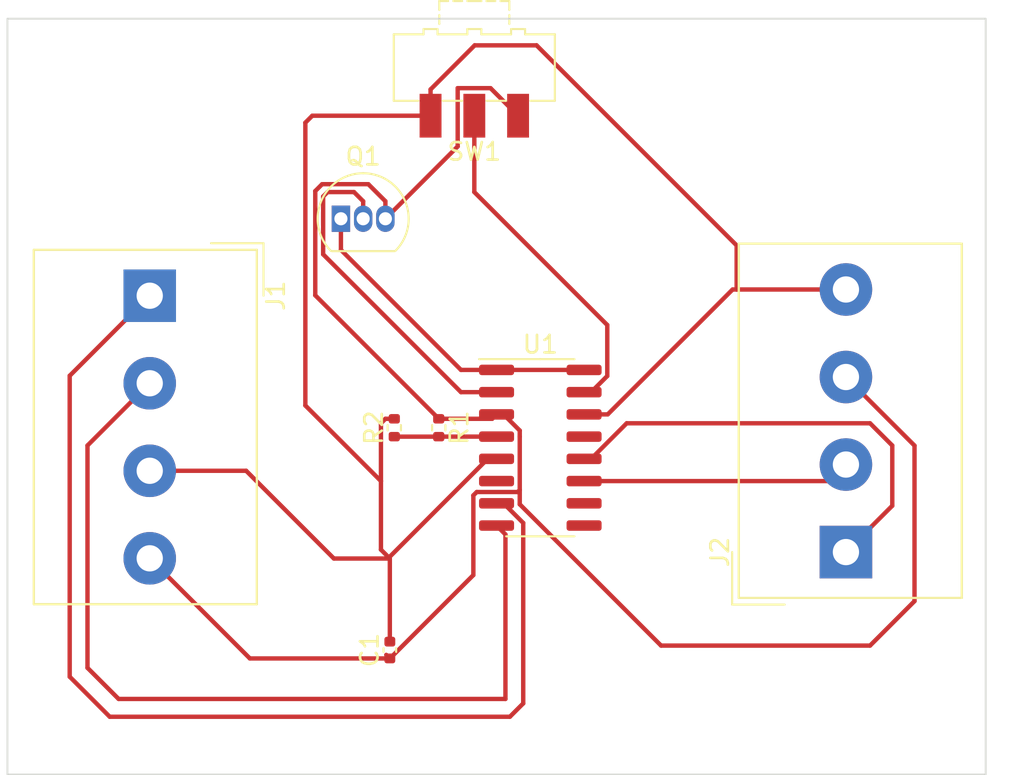
<source format=kicad_pcb>
(kicad_pcb (version 20221018) (generator pcbnew)
  (layers (0 "F.Cu" signal) (31 "B.Cu" signal) (34 "B.Paste" user) (35 "F.Paste" user) (36 "B.SilkS" user "B.Silkscreen") (37 "F.SilkS" user "F.Silkscreen") (38 "B.Mask" user) (39 "F.Mask" user) (44 "Edge.Cuts" user))
  (net 0 "")
  (net 1 "+3.3V")
  (net 2 "GND")
  (net 3 "Net-(J1-Pin_1)")
  (net 4 "Net-(J1-Pin_2)")
  (net 5 "Net-(J2-Pin_1)")
  (net 6 "Net-(J2-Pin_2)")
  (net 7 "VCC")
  (net 8 "Net-(Q1-B)")
  (net 9 "VFB")
  (net 10 "Net-(SW1A-B)")
  (footprint "Button_Switch_SMD:SW_SPDT_CK-JS102011SAQN" (layer "F.Cu") (at 141.224 74.93 180)
    (fp_text reference "SW1" (at 0 -4.8) (layer "F.SilkS"))
    (fp_text value "Rate Selector")
    (fp_line (start -4.6 -1.9) (end -3.2 -1.9) (stroke (width 0.12)) (layer "F.SilkS"))
    (fp_line (start -4.6 1.9) (end -4.6 -1.9) (stroke (width 0.12)) (layer "F.SilkS"))
    (fp_line (start -4.6 1.9) (end -4.6 1.9) (stroke (width 0.12)) (layer "F.SilkS"))
    (fp_line (start -2.9 1.9) (end -4.6 1.9) (stroke (width 0.12)) (layer "F.SilkS"))
    (fp_line (start -2.9 2.2) (end -2.9 1.9) (stroke (width 0.12)) (layer "F.SilkS"))
    (fp_line (start -2.1 1.9) (end -2.1 2.2) (stroke (width 0.12)) (layer "F.SilkS"))
    (fp_line (start -2.1 2.2) (end -2.9 2.2) (stroke (width 0.12)) (layer "F.SilkS"))
    (fp_line (start -2 2.5) (end -2 2.5) (stroke (width 0.12)) (layer "F.SilkS"))
    (fp_line (start -2 3) (end -2 2.5) (stroke (width 0.12)) (layer "F.SilkS"))
    (fp_line (start -2 3.3) (end -2 3.3) (stroke (width 0.12)) (layer "F.SilkS"))
    (fp_line (start -2 3.8) (end -2 3.3) (stroke (width 0.12)) (layer "F.SilkS"))
    (fp_line (start -2 3.8) (end -1.5 3.8) (stroke (width 0.12)) (layer "F.SilkS"))
    (fp_line (start -1.8 -1.9) (end -1.8 -1.9) (stroke (width 0.12)) (layer "F.SilkS"))
    (fp_line (start -1.5 3.8) (end -1.5 3.8) (stroke (width 0.12)) (layer "F.SilkS"))
    (fp_line (start -1.2 3.8) (end -0.7 3.8) (stroke (width 0.12)) (layer "F.SilkS"))
    (fp_line (start -0.7 -1.9) (end -1.8 -1.9) (stroke (width 0.12)) (layer "F.SilkS"))
    (fp_line (start -0.7 3.8) (end -0.7 3.8) (stroke (width 0.12)) (layer "F.SilkS"))
    (fp_line (start -0.4 1.9) (end -2.1 1.9) (stroke (width 0.12)) (layer "F.SilkS"))
    (fp_line (start -0.4 2.2) (end -0.4 1.9) (stroke (width 0.12)) (layer "F.SilkS"))
    (fp_line (start -0.4 3.8) (end -0.4 3.8) (stroke (width 0.12)) (layer "F.SilkS"))
    (fp_line (start 0.4 1.9) (end 0.4 2.2) (stroke (width 0.12)) (layer "F.SilkS"))
    (fp_line (start 0.4 2.2) (end -0.4 2.2) (stroke (width 0.12)) (layer "F.SilkS"))
    (fp_line (start 0.4 3.8) (end -0.4 3.8) (stroke (width 0.12)) (layer "F.SilkS"))
    (fp_line (start 0.7 -1.9) (end 0.7 -1.9) (stroke (width 0.12)) (layer "F.SilkS"))
    (fp_line (start 0.7 3.8) (end 0.7 3.8) (stroke (width 0.12)) (layer "F.SilkS"))
    (fp_line (start 1.2 3.8) (end 0.7 3.8) (stroke (width 0.12)) (layer "F.SilkS"))
    (fp_line (start 1.5 3.8) (end 1.5 3.8) (stroke (width 0.12)) (layer "F.SilkS"))
    (fp_line (start 1.8 -1.9) (end 0.7 -1.9) (stroke (width 0.12)) (layer "F.SilkS"))
    (fp_line (start 2 2.5) (end 2 2.5) (stroke (width 0.12)) (layer "F.SilkS"))
    (fp_line (start 2 3) (end 2 2.5) (stroke (width 0.12)) (layer "F.SilkS"))
    (fp_line (start 2 3.3) (end 2 3.3) (stroke (width 0.12)) (layer "F.SilkS"))
    (fp_line (start 2 3.8) (end 1.5 3.8) (stroke (width 0.12)) (layer "F.SilkS"))
    (fp_line (start 2 3.8) (end 2 3.3) (stroke (width 0.12)) (layer "F.SilkS"))
    (fp_line (start 2.1 1.9) (end 0.4 1.9) (stroke (width 0.12)) (layer "F.SilkS"))
    (fp_line (start 2.1 2.2) (end 2.1 1.9) (stroke (width 0.12)) (layer "F.SilkS"))
    (fp_line (start 2.9 1.9) (end 2.9 2.2) (stroke (width 0.12)) (layer "F.SilkS"))
    (fp_line (start 2.9 2.2) (end 2.1 2.2) (stroke (width 0.12)) (layer "F.SilkS"))
    (fp_line (start 3.2 -1.9) (end 4.6 -1.9) (stroke (width 0.12)) (layer "F.SilkS"))
    (fp_line (start 4.6 -1.9) (end 4.6 1.9) (stroke (width 0.12)) (layer "F.SilkS"))
    (fp_line (start 4.6 1.9) (end 2.9 1.9) (stroke (width 0.12)) (layer "F.SilkS"))
    (pad "" np_thru_hole circle (at -3.4 0 180) (size 0.9 0.9) (drill 0.9) (layers "*.Cu" "*.Mask"))
    (pad "" np_thru_hole circle (at 3.4 0 180) (size 0.9 0.9) (drill 0.9) (layers "*.Cu" "*.Mask"))
    (pad "1" smd rect (at -2.5 -2.75 180) (size 1.25 2.5) (layers "F.Cu" "F.Paste" "F.Mask") (net 1 "+3.3V"))
    (pad "2" smd rect (at 0 -2.75 180) (size 1.25 2.5) (layers "F.Cu" "F.Paste" "F.Mask") (net 10 "Net-(SW1A-B)"))
    (pad "3" smd rect (at 2.5 -2.75 180) (size 1.25 2.5) (layers "F.Cu" "F.Paste" "F.Mask") (net 2 "GND"))
  )
  (footprint "Resistor_SMD:R_0402_1005Metric" (layer "F.Cu") (at 136.652 95.504 90)
    (fp_text reference "R2" (at 0 -1.17 90) (layer "F.SilkS"))
    (fp_text value "R")
    (fp_line (start -0.153641 -0.38) (end 0.153641 -0.38) (stroke (width 0.12)) (layer "F.SilkS"))
    (fp_line (start -0.153641 0.38) (end 0.153641 0.38) (stroke (width 0.12)) (layer "F.SilkS"))
    (pad "1" smd roundrect (at -0.51 0 90) (size 0.54 0.64) (layers "F.Cu" "F.Paste" "F.Mask") (net 9 "VFB"))
    (pad "2" smd roundrect (at 0.51 0 90) (size 0.54 0.64) (layers "F.Cu" "F.Paste" "F.Mask") (net 2 "GND"))
  )
  (footprint "TerminalBlock_Altech:Altech_AK300_1x04_P5.00mm_45-Degree" (layer "F.Cu") (at 122.682 87.964 -90)
    (fp_text reference "J1" (at 0 -7.2 90) (layer "F.SilkS"))
    (fp_text value "Screw_Terminal_01x04")
    (fp_line (start -3 -6.5) (end 0 -6.5) (stroke (width 0.12)) (layer "F.SilkS"))
    (fp_line (start -3 -3.5) (end -3 -6.5) (stroke (width 0.12)) (layer "F.SilkS"))
    (fp_line (start -2.62 -6.12) (end -2.62 6.62) (stroke (width 0.12)) (layer "F.SilkS"))
    (fp_line (start -2.62 -6.12) (end -2.62 6.62) (stroke (width 0.12)) (layer "F.SilkS"))
    (fp_line (start -2.62 -6.12) (end 17.62 -6.12) (stroke (width 0.12)) (layer "F.SilkS"))
    (fp_line (start -2.62 -6.12) (end 17.62 -6.12) (stroke (width 0.12)) (layer "F.SilkS"))
    (fp_line (start -2.62 6.62) (end 17.62 6.62) (stroke (width 0.12)) (layer "F.SilkS"))
    (fp_line (start -2.62 6.62) (end 17.62 6.62) (stroke (width 0.12)) (layer "F.SilkS"))
    (fp_line (start 17.62 -6.12) (end 17.62 6.62) (stroke (width 0.12)) (layer "F.SilkS"))
    (fp_line (start 17.62 -6.12) (end 17.62 6.62) (stroke (width 0.12)) (layer "F.SilkS"))
    (pad "1" thru_hole rect (at 0 0 270) (size 3 3) (drill 1.5) (layers "*.Cu" "*.Mask") (net 3 "Net-(J1-Pin_1)"))
    (pad "2" thru_hole circle (at 5 0 270) (size 3 3) (drill 1.5) (layers "*.Cu" "*.Mask") (net 4 "Net-(J1-Pin_2)"))
    (pad "3" thru_hole circle (at 10 0 270) (size 3 3) (drill 1.5) (layers "*.Cu" "*.Mask") (net 2 "GND"))
    (pad "4" thru_hole circle (at 15 0 270) (size 3 3) (drill 1.5) (layers "*.Cu" "*.Mask") (net 1 "+3.3V"))
  )
  (footprint "Resistor_SMD:R_0402_1005Metric" (layer "F.Cu") (at 139.192 95.504 -90)
    (fp_text reference "R1" (at 0 -1.17 90) (layer "F.SilkS"))
    (fp_text value "R")
    (fp_line (start -0.153641 -0.38) (end 0.153641 -0.38) (stroke (width 0.12)) (layer "F.SilkS"))
    (fp_line (start -0.153641 0.38) (end 0.153641 0.38) (stroke (width 0.12)) (layer "F.SilkS"))
    (pad "1" smd roundrect (at -0.51 0 270) (size 0.54 0.64) (layers "F.Cu" "F.Paste" "F.Mask") (net 1 "+3.3V"))
    (pad "2" smd roundrect (at 0.51 0 270) (size 0.54 0.64) (layers "F.Cu" "F.Paste" "F.Mask") (net 9 "VFB"))
  )
  (footprint "Package_TO_SOT_THT:TO-92_Inline" (layer "F.Cu") (at 133.604 83.566)
    (fp_text reference "Q1" (at 1.27 -3.56) (layer "F.SilkS"))
    (fp_text value "S8550")
    (fp_line (start -0.53 1.85) (end 3.07 1.85) (stroke (width 0.12)) (layer "F.SilkS"))
    (fp_arc (start -0.568478 1.838478) (mid -1.132087 -0.994977) (end 1.27 -2.6) (stroke (width 0.12)) (layer "F.SilkS"))
    (fp_arc (start 1.27 -2.6) (mid 3.672087 -0.994977) (end 3.108478 1.838478) (stroke (width 0.12)) (layer "F.SilkS"))
    (pad "1" thru_hole rect (at 0 0) (size 1.05 1.5) (drill 0.75) (layers "*.Cu" "*.Mask") (net 7 "VCC"))
    (pad "2" thru_hole oval (at 1.27 0) (size 1.05 1.5) (drill 0.75) (layers "*.Cu" "*.Mask") (net 8 "Net-(Q1-B)"))
    (pad "3" thru_hole oval (at 2.54 0) (size 1.05 1.5) (drill 0.75) (layers "*.Cu" "*.Mask") (net 1 "+3.3V"))
  )
  (footprint "TerminalBlock_Altech:Altech_AK300_1x04_P5.00mm_45-Degree" (layer "F.Cu") (at 162.4525 102.6075 90)
    (fp_text reference "J2" (at 0 -7.2 90) (layer "F.SilkS"))
    (fp_text value "Screw_Terminal_01x04")
    (fp_line (start -3 -6.5) (end 0 -6.5) (stroke (width 0.12)) (layer "F.SilkS"))
    (fp_line (start -3 -3.5) (end -3 -6.5) (stroke (width 0.12)) (layer "F.SilkS"))
    (fp_line (start -2.62 -6.12) (end -2.62 6.62) (stroke (width 0.12)) (layer "F.SilkS"))
    (fp_line (start -2.62 -6.12) (end -2.62 6.62) (stroke (width 0.12)) (layer "F.SilkS"))
    (fp_line (start -2.62 -6.12) (end 17.62 -6.12) (stroke (width 0.12)) (layer "F.SilkS"))
    (fp_line (start -2.62 -6.12) (end 17.62 -6.12) (stroke (width 0.12)) (layer "F.SilkS"))
    (fp_line (start -2.62 6.62) (end 17.62 6.62) (stroke (width 0.12)) (layer "F.SilkS"))
    (fp_line (start -2.62 6.62) (end 17.62 6.62) (stroke (width 0.12)) (layer "F.SilkS"))
    (fp_line (start 17.62 -6.12) (end 17.62 6.62) (stroke (width 0.12)) (layer "F.SilkS"))
    (fp_line (start 17.62 -6.12) (end 17.62 6.62) (stroke (width 0.12)) (layer "F.SilkS"))
    (pad "1" thru_hole rect (at 0 0 90) (size 3 3) (drill 1.5) (layers "*.Cu" "*.Mask") (net 5 "Net-(J2-Pin_1)"))
    (pad "2" thru_hole circle (at 5 0 90) (size 3 3) (drill 1.5) (layers "*.Cu" "*.Mask") (net 6 "Net-(J2-Pin_2)"))
    (pad "3" thru_hole circle (at 10 0 90) (size 3 3) (drill 1.5) (layers "*.Cu" "*.Mask") (net 1 "+3.3V"))
    (pad "4" thru_hole circle (at 15 0 90) (size 3 3) (drill 1.5) (layers "*.Cu" "*.Mask") (net 2 "GND"))
  )
  (footprint "Package_SO:SOP-16_3.9x9.9mm_P1.27mm" (layer "F.Cu") (at 144.994 96.647)
    (fp_text reference "U1" (at 0 -5.9) (layer "F.SilkS"))
    (fp_text value "HX711")
    (fp_line (start 0 -5.06) (end -3.5 -5.06) (stroke (width 0.12)) (layer "F.SilkS"))
    (fp_line (start 0 -5.06) (end 1.95 -5.06) (stroke (width 0.12)) (layer "F.SilkS"))
    (fp_line (start 0 5.06) (end -1.95 5.06) (stroke (width 0.12)) (layer "F.SilkS"))
    (fp_line (start 0 5.06) (end 1.95 5.06) (stroke (width 0.12)) (layer "F.SilkS"))
    (pad "1" smd roundrect (at -2.5 -4.445) (size 2 0.6) (layers "F.Cu" "F.Paste" "F.Mask") (net 7 "VCC"))
    (pad "2" smd roundrect (at -2.5 -3.175) (size 2 0.6) (layers "F.Cu" "F.Paste" "F.Mask") (net 8 "Net-(Q1-B)"))
    (pad "3" smd roundrect (at -2.5 -1.905) (size 2 0.6) (layers "F.Cu" "F.Paste" "F.Mask") (net 1 "+3.3V"))
    (pad "4" smd roundrect (at -2.5 -0.635) (size 2 0.6) (layers "F.Cu" "F.Paste" "F.Mask") (net 9 "VFB"))
    (pad "5" smd roundrect (at -2.5 0.635) (size 2 0.6) (layers "F.Cu" "F.Paste" "F.Mask") (net 2 "GND"))
    (pad "6" smd roundrect (at -2.5 1.905) (size 2 0.6) (layers "F.Cu" "F.Paste" "F.Mask"))
    (pad "7" smd roundrect (at -2.5 3.175) (size 2 0.6) (layers "F.Cu" "F.Paste" "F.Mask") (net 3 "Net-(J1-Pin_1)"))
    (pad "8" smd roundrect (at -2.5 4.445) (size 2 0.6) (layers "F.Cu" "F.Paste" "F.Mask") (net 4 "Net-(J1-Pin_2)"))
    (pad "9" smd roundrect (at 2.5 4.445) (size 2 0.6) (layers "F.Cu" "F.Paste" "F.Mask"))
    (pad "10" smd roundrect (at 2.5 3.175) (size 2 0.6) (layers "F.Cu" "F.Paste" "F.Mask"))
    (pad "11" smd roundrect (at 2.5 1.905) (size 2 0.6) (layers "F.Cu" "F.Paste" "F.Mask") (net 6 "Net-(J2-Pin_2)"))
    (pad "12" smd roundrect (at 2.5 0.635) (size 2 0.6) (layers "F.Cu" "F.Paste" "F.Mask") (net 5 "Net-(J2-Pin_1)"))
    (pad "13" smd roundrect (at 2.5 -0.635) (size 2 0.6) (layers "F.Cu" "F.Paste" "F.Mask"))
    (pad "14" smd roundrect (at 2.5 -1.905) (size 2 0.6) (layers "F.Cu" "F.Paste" "F.Mask") (net 2 "GND"))
    (pad "15" smd roundrect (at 2.5 -3.175) (size 2 0.6) (layers "F.Cu" "F.Paste" "F.Mask") (net 10 "Net-(SW1A-B)"))
    (pad "16" smd roundrect (at 2.5 -4.445) (size 2 0.6) (layers "F.Cu" "F.Paste" "F.Mask") (net 7 "VCC"))
  )
  (footprint "Capacitor_SMD:C_0402_1005Metric" (layer "F.Cu") (at 136.398 108.204 90)
    (fp_text reference "C1" (at 0 -1.16 90) (layer "F.SilkS"))
    (fp_text value "C")
    (fp_line (start -0.107836 -0.36) (end 0.107836 -0.36) (stroke (width 0.12)) (layer "F.SilkS"))
    (fp_line (start -0.107836 0.36) (end 0.107836 0.36) (stroke (width 0.12)) (layer "F.SilkS"))
    (pad "1" smd roundrect (at -0.48 0 90) (size 0.56 0.62) (layers "F.Cu" "F.Paste" "F.Mask") (net 1 "+3.3V"))
    (pad "2" smd roundrect (at 0.48 0 90) (size 0.56 0.62) (layers "F.Cu" "F.Paste" "F.Mask") (net 2 "GND"))
  )
  (gr_rect (start 114.554 72.136) (end 170.434 115.316) (stroke (width 0.1)) (fill none) (layer "Edge.Cuts"))
  (segment (start 143.819 96.012) (end 143.819 95.665249) (width 0.25) (layer "F.Cu") (net 1))
  (segment (start 151.892 107.95) (end 143.819 99.877) (width 0.25) (layer "F.Cu") (net 1))
  (segment (start 122.682 102.964) (end 128.402 108.684) (width 0.25) (layer "F.Cu") (net 1))
  (segment (start 166.37 96.525) (end 166.37 105.41) (width 0.25) (layer "F.Cu") (net 1))
  (segment (start 143.819 95.665249) (end 142.895751 94.742) (width 0.25) (layer "F.Cu") (net 1))
  (segment (start 140.274 79.436) (end 140.274 76.105) (width 0.25) (layer "F.Cu") (net 1))
  (segment (start 136.1945 108.4805) (end 136.398 108.684) (width 0.25) (layer "F.Cu") (net 1))
  (segment (start 135.17 81.592) (end 132.53 81.592) (width 0.25) (layer "F.Cu") (net 1))
  (segment (start 132.53 81.592) (end 132.138 81.984) (width 0.25) (layer "F.Cu") (net 1))
  (segment (start 163.83 107.95) (end 151.892 107.95) (width 0.25) (layer "F.Cu") (net 1))
  (segment (start 136.144 83.566) (end 136.166147 83.566) (width 0.25) (layer "F.Cu") (net 1))
  (segment (start 132.138 81.984) (end 132.138 87.94) (width 0.25) (layer "F.Cu") (net 1))
  (segment (start 142.149 76.105) (end 143.724 77.68) (width 0.25) (layer "F.Cu") (net 1))
  (segment (start 136.144 82.566) (end 135.17 81.592) (width 0.25) (layer "F.Cu") (net 1))
  (segment (start 142.242 94.994) (end 142.494 94.742) (width 0.25) (layer "F.Cu") (net 1))
  (segment (start 139.192 94.994) (end 142.242 94.994) (width 0.25) (layer "F.Cu") (net 1))
  (segment (start 143.819 99.877) (end 143.819 99.06) (width 0.25) (layer "F.Cu") (net 1))
  (segment (start 128.402 108.684) (end 136.398 108.684) (width 0.25) (layer "F.Cu") (net 1))
  (segment (start 143.702 99.177) (end 143.819 99.06) (width 0.25) (layer "F.Cu") (net 1))
  (segment (start 132.138 87.94) (end 139.192 94.994) (width 0.25) (layer "F.Cu") (net 1))
  (segment (start 143.819 99.06) (end 143.819 96.012) (width 0.25) (layer "F.Cu") (net 1))
  (segment (start 136.144 83.566) (end 140.274 79.436) (width 0.25) (layer "F.Cu") (net 1))
  (segment (start 140.274 76.105) (end 142.149 76.105) (width 0.25) (layer "F.Cu") (net 1))
  (segment (start 141.169 99.368999) (end 141.360999 99.177) (width 0.25) (layer "F.Cu") (net 1))
  (segment (start 136.144 83.566) (end 136.144 82.566) (width 0.25) (layer "F.Cu") (net 1))
  (segment (start 141.360999 99.177) (end 143.702 99.177) (width 0.25) (layer "F.Cu") (net 1))
  (segment (start 141.169 103.920609) (end 141.169 99.368999) (width 0.25) (layer "F.Cu") (net 1))
  (segment (start 166.37 105.41) (end 163.83 107.95) (width 0.25) (layer "F.Cu") (net 1))
  (segment (start 136.609109 108.4805) (end 141.169 103.920609) (width 0.25) (layer "F.Cu") (net 1))
  (segment (start 142.895751 94.742) (end 142.494 94.742) (width 0.25) (layer "F.Cu") (net 1))
  (segment (start 162.4525 92.6075) (end 166.37 96.525) (width 0.25) (layer "F.Cu") (net 1))
  (segment (start 148.844 94.742) (end 147.494 94.742) (width 0.25) (layer "F.Cu") (net 2))
  (segment (start 141.986 97.282) (end 136.344875 102.923125) (width 0.25) (layer "F.Cu") (net 2))
  (segment (start 136.146 94.994) (end 135.89 95.25) (width 0.25) (layer "F.Cu") (net 2))
  (segment (start 144.78 73.66) (end 156.21 85.09) (width 0.25) (layer "F.Cu") (net 2))
  (segment (start 131.572 78.077) (end 131.572 94.234) (width 0.25) (layer "F.Cu") (net 2))
  (segment (start 156.21 85.09) (end 156.21 87.6075) (width 0.25) (layer "F.Cu") (net 2))
  (segment (start 136.652 94.994) (end 136.146 94.994) (width 0.25) (layer "F.Cu") (net 2))
  (segment (start 122.682 97.964) (end 128.19 97.964) (width 0.25) (layer "F.Cu") (net 2))
  (segment (start 155.9785 87.6075) (end 148.844 94.742) (width 0.25) (layer "F.Cu") (net 2))
  (segment (start 138.724 76.18) (end 141.244 73.66) (width 0.25) (layer "F.Cu") (net 2))
  (segment (start 131.969 77.68) (end 131.572 78.077) (width 0.25) (layer "F.Cu") (net 2))
  (segment (start 133.202249 102.976249) (end 136.398 102.976249) (width 0.25) (layer "F.Cu") (net 2))
  (segment (start 138.724 77.68) (end 131.969 77.68) (width 0.25) (layer "F.Cu") (net 2))
  (segment (start 136.398 102.976249) (end 136.344875 102.923125) (width 0.25) (layer "F.Cu") (net 2))
  (segment (start 156.21 87.6075) (end 155.9785 87.6075) (width 0.25) (layer "F.Cu") (net 2))
  (segment (start 141.244 73.66) (end 144.78 73.66) (width 0.25) (layer "F.Cu") (net 2))
  (segment (start 128.19 97.964) (end 133.202249 102.976249) (width 0.25) (layer "F.Cu") (net 2))
  (segment (start 147.092249 94.742) (end 147.494 94.742) (width 0.25) (layer "F.Cu") (net 2))
  (segment (start 135.89 102.468249) (end 135.89 98.552) (width 0.25) (layer "F.Cu") (net 2))
  (segment (start 131.572 94.234) (end 135.89 98.552) (width 0.25) (layer "F.Cu") (net 2))
  (segment (start 136.344875 102.923125) (end 135.89 102.468249) (width 0.25) (layer "F.Cu") (net 2))
  (segment (start 142.494 97.282) (end 141.986 97.282) (width 0.25) (layer "F.Cu") (net 2))
  (segment (start 136.398 102.976249) (end 136.398 107.724) (width 0.25) (layer "F.Cu") (net 2))
  (segment (start 138.724 77.68) (end 138.724 76.18) (width 0.25) (layer "F.Cu") (net 2))
  (segment (start 135.89 98.552) (end 135.89 95.25) (width 0.25) (layer "F.Cu") (net 2))
  (segment (start 162.4525 87.6075) (end 156.21 87.6075) (width 0.25) (layer "F.Cu") (net 2))
  (segment (start 142.895751 99.822) (end 144.018 100.944249) (width 0.25) (layer "F.Cu") (net 3))
  (segment (start 143.256 112.014) (end 120.396 112.014) (width 0.25) (layer "F.Cu") (net 3))
  (segment (start 142.494 99.822) (end 142.895751 99.822) (width 0.25) (layer "F.Cu") (net 3))
  (segment (start 144.018 100.944249) (end 144.018 111.252) (width 0.25) (layer "F.Cu") (net 3))
  (segment (start 118.11 92.536) (end 122.682 87.964) (width 0.25) (layer "F.Cu") (net 3))
  (segment (start 118.11 109.728) (end 118.11 92.536) (width 0.25) (layer "F.Cu") (net 3))
  (segment (start 120.396 112.014) (end 118.11 109.728) (width 0.25) (layer "F.Cu") (net 3))
  (segment (start 144.018 111.252) (end 143.256 112.014) (width 0.25) (layer "F.Cu") (net 3))
  (segment (start 119.126 109.22) (end 119.126 96.52) (width 0.25) (layer "F.Cu") (net 4))
  (segment (start 142.494 101.092) (end 143.002 101.6) (width 0.25) (layer "F.Cu") (net 4))
  (segment (start 143.002 101.6) (end 143.002 110.998) (width 0.25) (layer "F.Cu") (net 4))
  (segment (start 119.126 96.52) (end 122.682 92.964) (width 0.25) (layer "F.Cu") (net 4))
  (segment (start 120.904 110.998) (end 119.126 109.22) (width 0.25) (layer "F.Cu") (net 4))
  (segment (start 143.002 110.998) (end 120.904 110.998) (width 0.25) (layer "F.Cu") (net 4))
  (segment (start 162.4525 102.6075) (end 165.1 99.96) (width 0.25) (layer "F.Cu") (net 5))
  (segment (start 147.895751 97.282) (end 147.494 97.282) (width 0.25) (layer "F.Cu") (net 5))
  (segment (start 163.83 95.25) (end 149.927751 95.25) (width 0.25) (layer "F.Cu") (net 5))
  (segment (start 165.1 99.96) (end 165.1 96.52) (width 0.25) (layer "F.Cu") (net 5))
  (segment (start 165.1 96.52) (end 163.83 95.25) (width 0.25) (layer "F.Cu") (net 5))
  (segment (start 149.927751 95.25) (end 147.895751 97.282) (width 0.25) (layer "F.Cu") (net 5))
  (segment (start 161.508 98.552) (end 147.494 98.552) (width 0.25) (layer "F.Cu") (net 6))
  (segment (start 162.4525 97.6075) (end 161.508 98.552) (width 0.25) (layer "F.Cu") (net 6))
  (segment (start 140.462 92.202) (end 142.494 92.202) (width 0.25) (layer "F.Cu") (net 7))
  (segment (start 133.604 85.344) (end 140.462 92.202) (width 0.25) (layer "F.Cu") (net 7))
  (segment (start 133.604 83.566) (end 133.604 85.344) (width 0.25) (layer "F.Cu") (net 7))
  (segment (start 142.494 92.202) (end 147.494 92.202) (width 0.25) (layer "F.Cu") (net 7))
  (segment (start 140.462 93.472) (end 132.588 85.598) (width 0.25) (layer "F.Cu") (net 8))
  (segment (start 132.842 82.042) (end 134.35 82.042) (width 0.25) (layer "F.Cu") (net 8))
  (segment (start 134.35 82.042) (end 134.874 82.566) (width 0.25) (layer "F.Cu") (net 8))
  (segment (start 134.874 83.566) (end 134.874 83.791) (width 0.25) (layer "F.Cu") (net 8))
  (segment (start 134.874 82.566) (end 134.874 83.566) (width 0.25) (layer "F.Cu") (net 8))
  (segment (start 132.588 82.296) (end 132.842 82.042) (width 0.25) (layer "F.Cu") (net 8))
  (segment (start 142.494 93.472) (end 140.462 93.472) (width 0.25) (layer "F.Cu") (net 8))
  (segment (start 132.588 85.598) (end 132.588 82.296) (width 0.25) (layer "F.Cu") (net 8))
  (segment (start 142.494 96.012) (end 139.194 96.012) (width 0.25) (layer "F.Cu") (net 9))
  (segment (start 139.194 96.012) (end 139.192 96.014) (width 0.25) (layer "F.Cu") (net 9))
  (segment (start 136.652 96.014) (end 139.192 96.014) (width 0.25) (layer "F.Cu") (net 9))
  (segment (start 148.819 89.637) (end 148.819 92.548751) (width 0.25) (layer "F.Cu") (net 10))
  (segment (start 148.819 92.548751) (end 147.895751 93.472) (width 0.25) (layer "F.Cu") (net 10))
  (segment (start 147.092249 93.472) (end 147.494 93.472) (width 0.25) (layer "F.Cu") (net 10))
  (segment (start 141.224 77.68) (end 141.224 82.042) (width 0.25) (layer "F.Cu") (net 10))
  (segment (start 141.224 82.042) (end 148.819 89.637) (width 0.25) (layer "F.Cu") (net 10))
  (segment (start 147.895751 93.472) (end 147.494 93.472) (width 0.25) (layer "F.Cu") (net 10))
)
</source>
